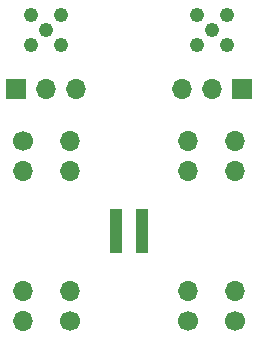
<source format=gbr>
%TF.GenerationSoftware,KiCad,Pcbnew,8.0.9-1.fc41*%
%TF.CreationDate,2025-03-19T11:31:59+02:00*%
%TF.ProjectId,FBK-3mm-TH-Con,46424b2d-336d-46d2-9d54-482d436f6e2e,rev?*%
%TF.SameCoordinates,Original*%
%TF.FileFunction,Soldermask,Top*%
%TF.FilePolarity,Negative*%
%FSLAX46Y46*%
G04 Gerber Fmt 4.6, Leading zero omitted, Abs format (unit mm)*
G04 Created by KiCad (PCBNEW 8.0.9-1.fc41) date 2025-03-19 11:31:59*
%MOMM*%
%LPD*%
G01*
G04 APERTURE LIST*
%ADD10C,1.240000*%
%ADD11R,1.700000X1.700000*%
%ADD12O,1.700000X1.700000*%
%ADD13C,1.700000*%
%ADD14R,1.000000X3.830000*%
G04 APERTURE END LIST*
D10*
%TO.C,J-PWR-2*%
X143000000Y-83000000D03*
X141730000Y-81730000D03*
X141730000Y-84270000D03*
X144270000Y-81730000D03*
X144270000Y-84270000D03*
%TD*%
D11*
%TO.C,J-SIG1*%
X159540000Y-88000000D03*
D12*
X157000000Y-88000000D03*
X154460000Y-88000000D03*
%TD*%
D13*
%TO.C,C1*%
X145000000Y-107620000D03*
D12*
X145000000Y-105080000D03*
X145000000Y-94920000D03*
X145000000Y-92380000D03*
%TD*%
D13*
%TO.C,R1*%
X141000000Y-92380000D03*
D12*
X141000000Y-94920000D03*
X141000000Y-105080000D03*
X141000000Y-107620000D03*
%TD*%
D11*
%TO.C,J-PWR1*%
X140460000Y-88000000D03*
D12*
X143000000Y-88000000D03*
X145540000Y-88000000D03*
%TD*%
D13*
%TO.C,R2*%
X155000000Y-107620000D03*
D12*
X155000000Y-105080000D03*
X155000000Y-94920000D03*
X155000000Y-92380000D03*
%TD*%
D10*
%TO.C,J-SIG-2*%
X157000000Y-83000000D03*
X155730000Y-81730000D03*
X155730000Y-84270000D03*
X158270000Y-81730000D03*
X158270000Y-84270000D03*
%TD*%
D13*
%TO.C,C2*%
X159000000Y-107620000D03*
D12*
X159000000Y-105080000D03*
X159000000Y-94920000D03*
X159000000Y-92380000D03*
%TD*%
D14*
%TO.C,D1*%
X148900000Y-100000000D03*
X151100000Y-100000000D03*
%TD*%
M02*

</source>
